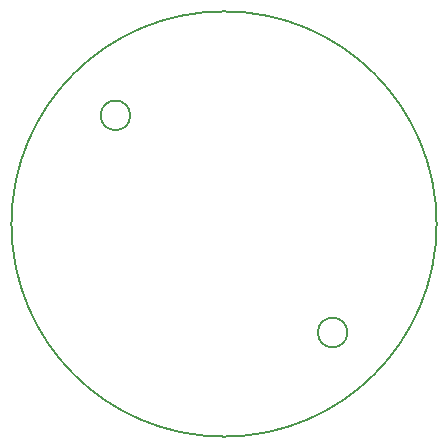
<source format=gko>
%FSLAX25Y25*%
%MOIN*%
G70*
G01*
G75*
G04 Layer_Color=16711935*
%ADD10R,0.02362X0.02362*%
%ADD11R,0.02362X0.02362*%
%ADD12C,0.01142*%
%ADD13C,0.00500*%
%ADD14C,0.00600*%
%ADD15C,0.01200*%
%ADD16C,0.00800*%
%ADD17C,0.00250*%
%ADD18C,0.02756*%
%ADD19O,0.11024X0.07087*%
%ADD20C,0.02000*%
%ADD21C,0.01600*%
%ADD22R,0.01181X0.05906*%
%ADD23R,0.08661X0.12992*%
%ADD24C,0.00984*%
%ADD25C,0.00787*%
%ADD26R,0.03162X0.03162*%
%ADD27R,0.03162X0.03162*%
%ADD28C,0.01942*%
%ADD29C,0.03556*%
%ADD30O,0.11824X0.07887*%
%ADD31R,0.01981X0.06706*%
%ADD32R,0.09461X0.13792*%
%ADD33C,0.01969*%
%ADD34C,0.00394*%
D13*
X41111Y-36191D02*
G03*
X41111Y-36191I-4921J0D01*
G01*
X-31270Y36191D02*
G03*
X-31270Y36191I-4921J0D01*
G01*
X70866Y0D02*
G03*
X70866Y0I-70866J0D01*
G01*
D02*
G03*
X70866Y0I-70866J0D01*
G01*
X-31270Y36191D02*
G03*
X-31270Y36191I-4921J0D01*
G01*
X41111Y-36191D02*
G03*
X41111Y-36191I-4921J0D01*
G01*
D17*
X70991Y0D02*
G03*
X70991Y0I-125J0D01*
G01*
X50235Y-50110D02*
G03*
X50235Y-50110I-125J0D01*
G01*
X125Y-70866D02*
G03*
X125Y-70866I-125J0D01*
G01*
X-49985Y-50110D02*
G03*
X-49985Y-50110I-125J0D01*
G01*
X-70741Y0D02*
G03*
X-70741Y0I-125J0D01*
G01*
X-49985Y50110D02*
G03*
X-49985Y50110I-125J0D01*
G01*
X125Y70866D02*
G03*
X125Y70866I-125J0D01*
G01*
X50235Y50110D02*
G03*
X50235Y50110I-125J0D01*
G01*
D02*
G03*
X50235Y50110I-125J0D01*
G01*
X125Y70866D02*
G03*
X125Y70866I-125J0D01*
G01*
X-49985Y50110D02*
G03*
X-49985Y50110I-125J0D01*
G01*
X-70741Y0D02*
G03*
X-70741Y0I-125J0D01*
G01*
X-49985Y-50110D02*
G03*
X-49985Y-50110I-125J0D01*
G01*
X125Y-70866D02*
G03*
X125Y-70866I-125J0D01*
G01*
X50235Y-50110D02*
G03*
X50235Y-50110I-125J0D01*
G01*
X70991Y0D02*
G03*
X70991Y0I-125J0D01*
G01*
M02*

</source>
